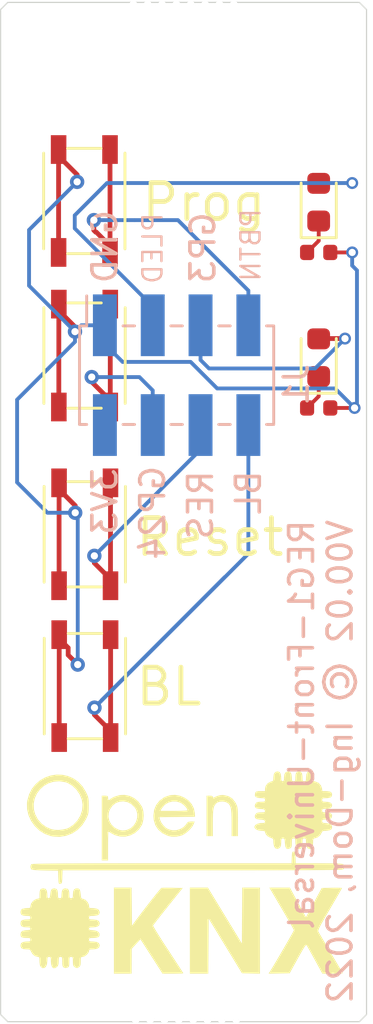
<source format=kicad_pcb>
(kicad_pcb (version 20171130) (host pcbnew "(5.1.4)-1")

  (general
    (thickness 1.6)
    (drawings 21)
    (tracks 113)
    (zones 0)
    (modules 12)
    (nets 11)
  )

  (page A4)
  (title_block
    (title REG1-Front-Universal)
    (date 2022-10-21)
    (rev V00.01)
  )

  (layers
    (0 F.Cu signal)
    (31 B.Cu signal)
    (32 B.Adhes user)
    (33 F.Adhes user)
    (34 B.Paste user)
    (35 F.Paste user)
    (36 B.SilkS user)
    (37 F.SilkS user)
    (38 B.Mask user)
    (39 F.Mask user)
    (40 Dwgs.User user)
    (41 Cmts.User user)
    (42 Eco1.User user)
    (43 Eco2.User user)
    (44 Edge.Cuts user)
    (45 Margin user)
    (46 B.CrtYd user)
    (47 F.CrtYd user)
    (48 B.Fab user)
    (49 F.Fab user)
  )

  (setup
    (last_trace_width 0.16)
    (user_trace_width 0.2)
    (user_trace_width 0.2)
    (user_trace_width 0.25)
    (user_trace_width 0.25)
    (user_trace_width 0.3)
    (user_trace_width 0.3)
    (user_trace_width 0.4)
    (user_trace_width 0.4)
    (user_trace_width 0.5)
    (user_trace_width 0.5)
    (user_trace_width 1)
    (user_trace_width 1)
    (trace_clearance 0.16)
    (zone_clearance 0.3)
    (zone_45_only no)
    (trace_min 0.16)
    (via_size 0.6)
    (via_drill 0.3)
    (via_min_size 0.5)
    (via_min_drill 0.3)
    (user_via 0.5 0.3)
    (user_via 1.5 1.3)
    (user_via 1.5 1.3)
    (uvia_size 0.3)
    (uvia_drill 0.1)
    (uvias_allowed no)
    (uvia_min_size 0.2)
    (uvia_min_drill 0.1)
    (edge_width 0.05)
    (segment_width 0.2)
    (pcb_text_width 0.3)
    (pcb_text_size 1.5 1.5)
    (mod_edge_width 0.12)
    (mod_text_size 1 1)
    (mod_text_width 0.15)
    (pad_size 3 8)
    (pad_drill 1.5)
    (pad_to_mask_clearance 0.051)
    (solder_mask_min_width 0.1)
    (aux_axis_origin 0 0)
    (grid_origin 120 80)
    (visible_elements 7FFFFFFF)
    (pcbplotparams
      (layerselection 0x010fc_ffffffff)
      (usegerberextensions false)
      (usegerberattributes false)
      (usegerberadvancedattributes false)
      (creategerberjobfile false)
      (excludeedgelayer true)
      (linewidth 0.100000)
      (plotframeref false)
      (viasonmask false)
      (mode 1)
      (useauxorigin false)
      (hpglpennumber 1)
      (hpglpenspeed 20)
      (hpglpendiameter 15.000000)
      (psnegative false)
      (psa4output false)
      (plotreference true)
      (plotvalue true)
      (plotinvisibletext false)
      (padsonsilk false)
      (subtractmaskfromsilk false)
      (outputformat 1)
      (mirror false)
      (drillshape 0)
      (scaleselection 1)
      (outputdirectory "REG1-Front-Universal_gerbers_V00.01/"))
  )

  (net 0 "")
  (net 1 GND)
  (net 2 +3V3)
  (net 3 RUN)
  (net 4 PROGLED)
  (net 5 PROGBTN)
  (net 6 GPIO24)
  (net 7 GPIO03)
  (net 8 BOOTSEL_F)
  (net 9 "Net-(D1-Pad1)")
  (net 10 "Net-(D2-Pad1)")

  (net_class Default "This is the default net class."
    (clearance 0.16)
    (trace_width 0.16)
    (via_dia 0.6)
    (via_drill 0.3)
    (uvia_dia 0.3)
    (uvia_drill 0.1)
    (add_net +3V3)
    (add_net BOOTSEL_F)
    (add_net GND)
    (add_net GPIO03)
    (add_net GPIO24)
    (add_net "Net-(D1-Pad1)")
    (add_net "Net-(D2-Pad1)")
    (add_net PROGBTN)
    (add_net PROGLED)
    (add_net RUN)
  )

  (module sirsydom:mouse-bite-5.00mm-frame locked (layer F.Cu) (tedit 5F7ECF27) (tstamp 6366465A)
    (at 106.45 151.85 180)
    (fp_text reference mouse-bite (at -0.2 -3.2) (layer F.SilkS) hide
      (effects (font (size 1 1) (thickness 0.2)))
    )
    (fp_text value VAL** (at 0 3.6) (layer F.SilkS) hide
      (effects (font (size 1 1) (thickness 0.2)))
    )
    (pad "" np_thru_hole circle (at 1.4 0 180) (size 0.4 0.4) (drill 0.4) (layers *.Cu *.Mask))
    (pad "" np_thru_hole circle (at 0.8 0 180) (size 0.4 0.4) (drill 0.4) (layers *.Cu *.Mask))
    (pad "" np_thru_hole circle (at 2 0 180) (size 0.4 0.4) (drill 0.4) (layers *.Cu *.Mask))
    (pad "" np_thru_hole circle (at 2.6 0 180) (size 0.4 0.4) (drill 0.4) (layers *.Cu *.Mask))
    (pad "" np_thru_hole circle (at 0.2 0 180) (size 0.4 0.4) (drill 0.4) (layers *.Cu *.Mask))
    (pad "" np_thru_hole circle (at -1 0 180) (size 0.4 0.4) (drill 0.4) (layers *.Cu *.Mask))
    (pad "" np_thru_hole circle (at -1.6 0 180) (size 0.4 0.4) (drill 0.4) (layers *.Cu *.Mask))
    (pad "" np_thru_hole circle (at -0.4 0 180) (size 0.4 0.4) (drill 0.4) (layers *.Cu *.Mask))
  )

  (module sirsydom:mouse-bite-5.00mm-frame locked (layer F.Cu) (tedit 5F7ECF27) (tstamp 636645CE)
    (at 105.35 109.55)
    (fp_text reference mouse-bite (at -0.2 -3.2) (layer F.SilkS) hide
      (effects (font (size 1 1) (thickness 0.2)))
    )
    (fp_text value VAL** (at 0 3.6) (layer F.SilkS) hide
      (effects (font (size 1 1) (thickness 0.2)))
    )
    (pad "" np_thru_hole circle (at -0.4 0) (size 0.4 0.4) (drill 0.4) (layers *.Cu *.Mask))
    (pad "" np_thru_hole circle (at -1.6 0) (size 0.4 0.4) (drill 0.4) (layers *.Cu *.Mask))
    (pad "" np_thru_hole circle (at -1 0) (size 0.4 0.4) (drill 0.4) (layers *.Cu *.Mask))
    (pad "" np_thru_hole circle (at 0.2 0) (size 0.4 0.4) (drill 0.4) (layers *.Cu *.Mask))
    (pad "" np_thru_hole circle (at 2.6 0) (size 0.4 0.4) (drill 0.4) (layers *.Cu *.Mask))
    (pad "" np_thru_hole circle (at 2 0) (size 0.4 0.4) (drill 0.4) (layers *.Cu *.Mask))
    (pad "" np_thru_hole circle (at 0.8 0) (size 0.4 0.4) (drill 0.4) (layers *.Cu *.Mask))
    (pad "" np_thru_hole circle (at 1.4 0) (size 0.4 0.4) (drill 0.4) (layers *.Cu *.Mask))
  )

  (module OpenKNX:OpenKNX_Logo_14x09 locked (layer F.Cu) (tedit 0) (tstamp 634FCCDB)
    (at 105.8 146.4)
    (fp_text reference G*** (at 0 0) (layer F.SilkS) hide
      (effects (font (size 1.524 1.524) (thickness 0.3)))
    )
    (fp_text value LOGO (at 0.75 0) (layer F.SilkS) hide
      (effects (font (size 1.524 1.524) (thickness 0.3)))
    )
    (fp_poly (pts (xy 1.735464 -3.86646) (xy 1.92589 -3.822647) (xy 2.0822 -3.725377) (xy 2.204987 -3.57424)
      (xy 2.234472 -3.520149) (xy 2.263618 -3.459306) (xy 2.285027 -3.403584) (xy 2.29989 -3.342042)
      (xy 2.3094 -3.26374) (xy 2.31475 -3.157737) (xy 2.317131 -3.013093) (xy 2.317736 -2.818865)
      (xy 2.31775 -2.756017) (xy 2.31775 -2.159) (xy 2.06375 -2.159) (xy 2.063572 -2.690813)
      (xy 2.061586 -2.929834) (xy 2.054733 -3.114695) (xy 2.041406 -3.254654) (xy 2.019996 -3.358965)
      (xy 1.988895 -3.436887) (xy 1.946496 -3.497675) (xy 1.918365 -3.526608) (xy 1.819605 -3.582632)
      (xy 1.692352 -3.607083) (xy 1.561563 -3.599274) (xy 1.452197 -3.558517) (xy 1.427701 -3.540125)
      (xy 1.374295 -3.485135) (xy 1.334252 -3.421997) (xy 1.305731 -3.341096) (xy 1.286894 -3.232812)
      (xy 1.2759 -3.087527) (xy 1.270909 -2.895623) (xy 1.27 -2.715645) (xy 1.27 -2.159)
      (xy 1.016 -2.159) (xy 1.016 -3.84175) (xy 1.143 -3.84175) (xy 1.229742 -3.834568)
      (xy 1.266504 -3.809795) (xy 1.27 -3.79148) (xy 1.28175 -3.754231) (xy 1.293812 -3.753466)
      (xy 1.44261 -3.822868) (xy 1.563401 -3.859579) (xy 1.678709 -3.869362) (xy 1.735464 -3.86646)) (layer F.SilkS) (width 0.01))
    (fp_poly (pts (xy -0.109061 -3.841617) (xy 0.080832 -3.763404) (xy 0.247788 -3.646503) (xy 0.382431 -3.496124)
      (xy 0.475384 -3.317482) (xy 0.517271 -3.115788) (xy 0.517991 -3.102279) (xy 0.523875 -2.968625)
      (xy -0.218163 -2.960093) (xy -0.9602 -2.951561) (xy -0.939707 -2.849097) (xy -0.893074 -2.73288)
      (xy -0.807326 -2.611172) (xy -0.700174 -2.506819) (xy -0.644752 -2.468666) (xy -0.551955 -2.429053)
      (xy -0.437339 -2.398667) (xy -0.405397 -2.393371) (xy -0.251921 -2.398222) (xy -0.093974 -2.445942)
      (xy 0.0473 -2.52699) (xy 0.150758 -2.631824) (xy 0.161933 -2.649391) (xy 0.211645 -2.72144)
      (xy 0.264888 -2.753938) (xy 0.349374 -2.762165) (xy 0.366609 -2.76225) (xy 0.504696 -2.76225)
      (xy 0.468727 -2.659063) (xy 0.407795 -2.549018) (xy 0.306144 -2.429302) (xy 0.181087 -2.316021)
      (xy 0.049935 -2.225286) (xy -0.045613 -2.180473) (xy -0.250912 -2.13594) (xy -0.4567 -2.136816)
      (xy -0.606988 -2.171084) (xy -0.830093 -2.279175) (xy -1.002613 -2.425034) (xy -1.123272 -2.606882)
      (xy -1.190797 -2.822942) (xy -1.205803 -3.007293) (xy -1.181449 -3.20675) (xy -0.922381 -3.20675)
      (xy -0.350066 -3.20675) (xy -0.167366 -3.208172) (xy -0.008788 -3.212123) (xy 0.115658 -3.218128)
      (xy 0.19596 -3.225716) (xy 0.22225 -3.233805) (xy 0.198138 -3.299458) (xy 0.135991 -3.38275)
      (xy 0.051089 -3.466831) (xy -0.041289 -3.534848) (xy -0.060557 -3.545698) (xy -0.236843 -3.605524)
      (xy -0.418206 -3.609055) (xy -0.591487 -3.560347) (xy -0.743526 -3.463457) (xy -0.861167 -3.322439)
      (xy -0.876958 -3.294063) (xy -0.922381 -3.20675) (xy -1.181449 -3.20675) (xy -1.176635 -3.246173)
      (xy -1.092155 -3.455055) (xy -0.954441 -3.630564) (xy -0.765572 -3.769324) (xy -0.722602 -3.79199)
      (xy -0.520154 -3.861122) (xy -0.312515 -3.875927) (xy -0.109061 -3.841617)) (layer F.SilkS) (width 0.01))
    (fp_poly (pts (xy -5.021791 -4.714776) (xy -4.786603 -4.663415) (xy -4.563189 -4.56677) (xy -4.358602 -4.42374)
      (xy -4.179896 -4.233225) (xy -4.040897 -4.008011) (xy -3.987217 -3.896278) (xy -3.952566 -3.809027)
      (xy -3.932788 -3.726159) (xy -3.923726 -3.627578) (xy -3.921222 -3.493186) (xy -3.921125 -3.429001)
      (xy -3.922234 -3.275865) (xy -3.928332 -3.166126) (xy -3.943576 -3.079688) (xy -3.972124 -2.996453)
      (xy -4.018133 -2.896323) (xy -4.040897 -2.84999) (xy -4.192459 -2.611231) (xy -4.385575 -2.415999)
      (xy -4.61233 -2.268011) (xy -4.864807 -2.170984) (xy -5.135088 -2.128636) (xy -5.415259 -2.144684)
      (xy -5.504887 -2.162566) (xy -5.752827 -2.251708) (xy -5.975019 -2.39167) (xy -6.165535 -2.573553)
      (xy -6.318445 -2.788455) (xy -6.427821 -3.027476) (xy -6.487733 -3.281717) (xy -6.49159 -3.504081)
      (xy -6.222168 -3.504081) (xy -6.212267 -3.270536) (xy -6.158442 -3.068334) (xy -6.048445 -2.858463)
      (xy -5.891986 -2.678273) (xy -5.700626 -2.537101) (xy -5.485929 -2.444286) (xy -5.350193 -2.415625)
      (xy -5.177594 -2.408785) (xy -4.995695 -2.426422) (xy -4.83164 -2.464835) (xy -4.751078 -2.497316)
      (xy -4.54698 -2.633158) (xy -4.381843 -2.808519) (xy -4.260404 -3.0131) (xy -4.187401 -3.236602)
      (xy -4.167573 -3.468724) (xy -4.202731 -3.689316) (xy -4.29505 -3.910447) (xy -4.431318 -4.106374)
      (xy -4.601212 -4.26631) (xy -4.794405 -4.37947) (xy -4.897827 -4.415493) (xy -5.145083 -4.453104)
      (xy -5.380723 -4.434882) (xy -5.598881 -4.367097) (xy -5.793693 -4.256015) (xy -5.959293 -4.107904)
      (xy -6.089816 -3.929033) (xy -6.179396 -3.725669) (xy -6.222168 -3.504081) (xy -6.49159 -3.504081)
      (xy -6.492253 -3.542276) (xy -6.4807 -3.627438) (xy -6.405256 -3.898746) (xy -6.285156 -4.133572)
      (xy -6.127454 -4.330815) (xy -5.939204 -4.489374) (xy -5.727458 -4.60815) (xy -5.499272 -4.686043)
      (xy -5.261698 -4.721951) (xy -5.021791 -4.714776)) (layer F.SilkS) (width 0.01))
    (fp_poly (pts (xy 4.949752 -4.839949) (xy 4.995248 -4.781142) (xy 5.014848 -4.673224) (xy 5.0165 -4.613275)
      (xy 5.018746 -4.515553) (xy 5.030457 -4.465489) (xy 5.059091 -4.447273) (xy 5.095875 -4.445)
      (xy 5.144594 -4.450809) (xy 5.167848 -4.479507) (xy 5.174895 -4.548001) (xy 5.17525 -4.589963)
      (xy 5.188857 -4.732882) (xy 5.228735 -4.823067) (xy 5.293464 -4.85749) (xy 5.30077 -4.85775)
      (xy 5.385594 -4.849282) (xy 5.434337 -4.81526) (xy 5.456339 -4.742763) (xy 5.461 -4.636072)
      (xy 5.462661 -4.532802) (xy 5.473306 -4.476036) (xy 5.501424 -4.448781) (xy 5.555508 -4.434043)
      (xy 5.562661 -4.432606) (xy 5.694143 -4.37638) (xy 5.787895 -4.273947) (xy 5.830782 -4.153152)
      (xy 5.850115 -4.03225) (xy 6.014332 -4.03225) (xy 6.143447 -4.021449) (xy 6.220201 -3.985918)
      (xy 6.25249 -3.920964) (xy 6.25475 -3.889375) (xy 6.236948 -3.813248) (xy 6.178141 -3.767752)
      (xy 6.070223 -3.748152) (xy 6.010275 -3.7465) (xy 5.912552 -3.744254) (xy 5.862488 -3.732543)
      (xy 5.844272 -3.703909) (xy 5.842 -3.667125) (xy 5.847808 -3.618406) (xy 5.876506 -3.595152)
      (xy 5.945 -3.588105) (xy 5.986962 -3.58775) (xy 6.131581 -3.574) (xy 6.220224 -3.53228)
      (xy 6.254263 -3.461883) (xy 6.25475 -3.450108) (xy 6.238035 -3.371684) (xy 6.182084 -3.324785)
      (xy 6.07819 -3.304137) (xy 6.010275 -3.302) (xy 5.912552 -3.299754) (xy 5.862488 -3.288043)
      (xy 5.844272 -3.259409) (xy 5.842 -3.222625) (xy 5.846762 -3.17653) (xy 5.87159 -3.152915)
      (xy 5.932294 -3.144322) (xy 6.010275 -3.14325) (xy 6.140537 -3.132847) (xy 6.218386 -3.098479)
      (xy 6.251924 -3.035411) (xy 6.25475 -3.000376) (xy 6.236948 -2.924248) (xy 6.178141 -2.878752)
      (xy 6.070223 -2.859152) (xy 6.010275 -2.8575) (xy 5.912427 -2.855108) (xy 5.862291 -2.843225)
      (xy 5.844125 -2.814795) (xy 5.842 -2.782057) (xy 5.848007 -2.738453) (xy 5.87618 -2.713504)
      (xy 5.941748 -2.699476) (xy 6.019547 -2.69189) (xy 6.143859 -2.672924) (xy 6.216683 -2.635944)
      (xy 6.249296 -2.572563) (xy 6.254263 -2.517305) (xy 6.227032 -2.443314) (xy 6.143836 -2.398072)
      (xy 6.004251 -2.381362) (xy 5.989101 -2.38125) (xy 5.897041 -2.376142) (xy 5.848688 -2.355211)
      (xy 5.824687 -2.310052) (xy 5.824615 -2.309813) (xy 5.759138 -2.192776) (xy 5.653262 -2.107371)
      (xy 5.567047 -2.076578) (xy 5.507159 -2.062604) (xy 5.475544 -2.038201) (xy 5.463169 -1.986289)
      (xy 5.461003 -1.889789) (xy 5.461 -1.876067) (xy 5.450985 -1.740105) (xy 5.418555 -1.657772)
      (xy 5.360132 -1.622058) (xy 5.329917 -1.61925) (xy 5.247097 -1.646828) (xy 5.19565 -1.729577)
      (xy 5.175561 -1.867523) (xy 5.17525 -1.891393) (xy 5.173125 -1.990592) (xy 5.161952 -2.041951)
      (xy 5.13453 -2.061107) (xy 5.095875 -2.06375) (xy 5.051315 -2.059529) (xy 5.027588 -2.036761)
      (xy 5.01816 -1.980293) (xy 5.0165 -1.8796) (xy 5.00679 -1.742705) (xy 4.975244 -1.659441)
      (xy 4.918236 -1.622608) (xy 4.885417 -1.61925) (xy 4.802597 -1.646828) (xy 4.75115 -1.729577)
      (xy 4.731061 -1.867523) (xy 4.73075 -1.891393) (xy 4.728625 -1.990592) (xy 4.717452 -2.041951)
      (xy 4.69003 -2.061107) (xy 4.651375 -2.06375) (xy 4.607443 -2.059736) (xy 4.583691 -2.03777)
      (xy 4.573937 -1.982967) (xy 4.572002 -1.880441) (xy 4.572 -1.87257) (xy 4.56947 -1.764385)
      (xy 4.557557 -1.70153) (xy 4.529778 -1.665902) (xy 4.490159 -1.6441) (xy 4.404807 -1.621298)
      (xy 4.346075 -1.646886) (xy 4.310114 -1.725244) (xy 4.293073 -1.860747) (xy 4.292672 -1.868614)
      (xy 4.285631 -1.975917) (xy 4.273364 -2.034417) (xy 4.249298 -2.0588) (xy 4.206865 -2.063749)
      (xy 4.205359 -2.06375) (xy 4.160267 -2.058832) (xy 4.137078 -2.033592) (xy 4.128577 -1.972306)
      (xy 4.1275 -1.894046) (xy 4.119296 -1.773318) (xy 4.091813 -1.697804) (xy 4.069437 -1.671796)
      (xy 3.985378 -1.624093) (xy 3.909166 -1.639251) (xy 3.859425 -1.689815) (xy 3.82851 -1.765945)
      (xy 3.811328 -1.871032) (xy 3.81 -1.907039) (xy 3.806857 -1.997512) (xy 3.787771 -2.046051)
      (xy 3.738249 -2.074207) (xy 3.686504 -2.090699) (xy 3.578418 -2.145168) (xy 3.497949 -2.227133)
      (xy 3.461428 -2.319104) (xy 3.46075 -2.332508) (xy 3.444814 -2.36296) (xy 3.388735 -2.377901)
      (xy 3.302 -2.38125) (xy 3.178309 -2.397445) (xy 3.080967 -2.440626) (xy 3.02456 -2.502688)
      (xy 3.01625 -2.54) (xy 3.045425 -2.608939) (xy 3.123444 -2.662941) (xy 3.236044 -2.694144)
      (xy 3.304208 -2.69875) (xy 3.398814 -2.701181) (xy 3.444909 -2.713189) (xy 3.457433 -2.741853)
      (xy 3.45502 -2.770188) (xy 3.441986 -2.811293) (xy 3.407162 -2.834473) (xy 3.334689 -2.8464)
      (xy 3.262585 -2.851139) (xy 3.15028 -2.861929) (xy 3.084359 -2.8834) (xy 3.047896 -2.921301)
      (xy 3.046016 -2.924706) (xy 3.029651 -2.990474) (xy 3.06044 -3.063067) (xy 3.06235 -3.066005)
      (xy 3.101391 -3.111614) (xy 3.154774 -3.13487) (xy 3.243117 -3.142796) (xy 3.289065 -3.14325)
      (xy 3.389261 -3.145263) (xy 3.44043 -3.155444) (xy 3.457015 -3.180013) (xy 3.45502 -3.214688)
      (xy 3.441986 -3.255793) (xy 3.407162 -3.278973) (xy 3.334689 -3.2909) (xy 3.262585 -3.295639)
      (xy 3.15028 -3.306429) (xy 3.084359 -3.3279) (xy 3.047896 -3.365801) (xy 3.046016 -3.369206)
      (xy 3.029651 -3.434974) (xy 3.06044 -3.507567) (xy 3.06235 -3.510505) (xy 3.101765 -3.556387)
      (xy 3.15579 -3.579623) (xy 3.245237 -3.587371) (xy 3.286856 -3.58775) (xy 3.386606 -3.589831)
      (xy 3.43845 -3.600811) (xy 3.45796 -3.627798) (xy 3.46075 -3.667125) (xy 3.455894 -3.713403)
      (xy 3.430743 -3.737077) (xy 3.369418 -3.745754) (xy 3.294062 -3.746987) (xy 3.151869 -3.759233)
      (xy 3.065925 -3.796792) (xy 3.033132 -3.86239) (xy 3.050389 -3.958756) (xy 3.051148 -3.960813)
      (xy 3.073366 -4.000963) (xy 3.113193 -4.022525) (xy 3.187591 -4.031056) (xy 3.269226 -4.03225)
      (xy 3.46075 -4.03225) (xy 3.46075 -4.138739) (xy 3.489786 -4.255174) (xy 3.566194 -4.355982)
      (xy 3.673918 -4.42245) (xy 3.713792 -4.433696) (xy 3.771805 -4.450005) (xy 3.800093 -4.48099)
      (xy 3.809263 -4.545585) (xy 3.81 -4.605451) (xy 3.827016 -4.740822) (xy 3.878885 -4.824091)
      (xy 3.96684 -4.857029) (xy 3.985775 -4.85775) (xy 4.061567 -4.832691) (xy 4.108146 -4.755702)
      (xy 4.126946 -4.624073) (xy 4.1275 -4.589963) (xy 4.131531 -4.499883) (xy 4.148323 -4.456957)
      (xy 4.184922 -4.4451) (xy 4.191 -4.445) (xy 4.229301 -4.453485) (xy 4.248272 -4.489395)
      (xy 4.254275 -4.568413) (xy 4.2545 -4.601483) (xy 4.270827 -4.738005) (xy 4.320948 -4.82222)
      (xy 4.406571 -4.85662) (xy 4.430275 -4.85775) (xy 4.506067 -4.832691) (xy 4.552646 -4.755702)
      (xy 4.571446 -4.624073) (xy 4.572 -4.589963) (xy 4.57518 -4.500986) (xy 4.590894 -4.458517)
      (xy 4.628398 -4.445648) (xy 4.651375 -4.445) (xy 4.69747 -4.449763) (xy 4.721085 -4.474591)
      (xy 4.729678 -4.535295) (xy 4.73075 -4.613275) (xy 4.741153 -4.743538) (xy 4.775521 -4.821387)
      (xy 4.838589 -4.854925) (xy 4.873625 -4.857751) (xy 4.949752 -4.839949)) (layer F.SilkS) (width 0.01))
    (fp_poly (pts (xy -2.198621 -3.829856) (xy -2.004309 -3.733122) (xy -1.836463 -3.588729) (xy -1.704548 -3.400379)
      (xy -1.674901 -3.339274) (xy -1.634775 -3.192296) (xy -1.622609 -3.014265) (xy -1.637582 -2.830731)
      (xy -1.678873 -2.667244) (xy -1.697942 -2.622442) (xy -1.822479 -2.433399) (xy -1.985456 -2.287936)
      (xy -2.176608 -2.188893) (xy -2.385668 -2.139109) (xy -2.60237 -2.141423) (xy -2.816448 -2.198673)
      (xy -2.960007 -2.273445) (xy -3.035168 -2.319542) (xy -3.085811 -2.346558) (xy -3.094945 -2.3495)
      (xy -3.1001 -2.319376) (xy -3.104601 -2.235505) (xy -3.108179 -2.107638) (xy -3.110567 -1.945526)
      (xy -3.111497 -1.758922) (xy -3.1115 -1.74625) (xy -3.1115 -1.143) (xy -3.3655 -1.143)
      (xy -3.3655 -2.965573) (xy -3.096878 -2.965573) (xy -3.057985 -2.790359) (xy -2.9685 -2.633717)
      (xy -2.834841 -2.506473) (xy -2.663424 -2.419455) (xy -2.642742 -2.412864) (xy -2.51931 -2.387218)
      (xy -2.400827 -2.393491) (xy -2.308945 -2.41491) (xy -2.14952 -2.489021) (xy -2.022645 -2.606194)
      (xy -1.932563 -2.753883) (xy -1.883518 -2.919543) (xy -1.879756 -3.090628) (xy -1.92552 -3.254592)
      (xy -1.989613 -3.358813) (xy -2.133421 -3.496303) (xy -2.295988 -3.580573) (xy -2.467108 -3.613593)
      (xy -2.636577 -3.597333) (xy -2.79419 -3.533763) (xy -2.929742 -3.424855) (xy -3.033028 -3.272578)
      (xy -3.078763 -3.148531) (xy -3.096878 -2.965573) (xy -3.3655 -2.965573) (xy -3.3655 -3.84175)
      (xy -3.2385 -3.84175) (xy -3.157067 -3.837989) (xy -3.120867 -3.817606) (xy -3.111701 -3.766954)
      (xy -3.1115 -3.7465) (xy -3.099465 -3.674008) (xy -3.06942 -3.651499) (xy -3.030457 -3.685702)
      (xy -3.030109 -3.686264) (xy -2.991008 -3.71822) (xy -2.913165 -3.763523) (xy -2.845672 -3.797078)
      (xy -2.62877 -3.865536) (xy -2.40993 -3.875228) (xy -2.198621 -3.829856)) (layer F.SilkS) (width 0.01))
    (fp_poly (pts (xy 4.683709 -1.502078) (xy 4.703764 -1.475341) (xy 4.715352 -1.415021) (xy 4.722286 -1.308226)
      (xy 4.724148 -1.262063) (xy 4.733421 -1.016) (xy 5.709985 -1.016) (xy 6.00975 -1.015255)
      (xy 6.250526 -1.012906) (xy 6.43681 -1.008785) (xy 6.573097 -1.002723) (xy 6.663883 -0.994551)
      (xy 6.713664 -0.9841) (xy 6.724649 -0.977901) (xy 6.758697 -0.905368) (xy 6.753628 -0.819315)
      (xy 6.724649 -0.76835) (xy 6.7059 -0.763456) (xy 6.658424 -0.758962) (xy 6.580086 -0.754856)
      (xy 6.468747 -0.751122) (xy 6.322272 -0.747748) (xy 6.138521 -0.74472) (xy 5.91536 -0.742023)
      (xy 5.650649 -0.739644) (xy 5.342252 -0.737569) (xy 4.988031 -0.735785) (xy 4.58585 -0.734276)
      (xy 4.133571 -0.733031) (xy 3.629057 -0.732034) (xy 3.070171 -0.731272) (xy 2.454775 -0.730731)
      (xy 1.780733 -0.730397) (xy 1.045906 -0.730257) (xy 0.836261 -0.73025) (xy -5.014028 -0.73025)
      (xy -5.023202 -0.452438) (xy -5.028755 -0.318741) (xy -5.036977 -0.235758) (xy -5.051391 -0.190708)
      (xy -5.075522 -0.170811) (xy -5.102547 -0.164646) (xy -5.136167 -0.163356) (xy -5.15747 -0.179024)
      (xy -5.169938 -0.22349) (xy -5.177056 -0.308595) (xy -5.181922 -0.434521) (xy -5.191125 -0.714375)
      (xy -5.728578 -0.723106) (xy -5.939877 -0.72859) (xy -6.109864 -0.737241) (xy -6.231855 -0.748557)
      (xy -6.299166 -0.762036) (xy -6.308016 -0.766681) (xy -6.344161 -0.832112) (xy -6.3439 -0.915613)
      (xy -6.311901 -0.9779) (xy -6.292888 -0.982979) (xy -6.244972 -0.987625) (xy -6.165937 -0.991855)
      (xy -6.053564 -0.995683) (xy -5.905638 -0.999126) (xy -5.71994 -1.002199) (xy -5.494256 -1.004917)
      (xy -5.226367 -1.007295) (xy -4.914057 -1.00935) (xy -4.55511 -1.011096) (xy -4.147308 -1.012549)
      (xy -3.688434 -1.013726) (xy -3.176271 -1.01464) (xy -2.608604 -1.015307) (xy -1.983215 -1.015744)
      (xy -1.297887 -1.015965) (xy -0.852236 -1.016) (xy 4.569328 -1.016) (xy 4.578601 -1.262063)
      (xy 4.584851 -1.386478) (xy 4.594532 -1.460286) (xy 4.611459 -1.496381) (xy 4.639444 -1.507654)
      (xy 4.651375 -1.508125) (xy 4.683709 -1.502078)) (layer F.SilkS) (width 0.01))
    (fp_poly (pts (xy -4.344835 0.040245) (xy -4.300686 0.073895) (xy -4.273887 0.144944) (xy -4.256763 0.265638)
      (xy -4.254835 0.28575) (xy -4.24286 0.386413) (xy -4.224926 0.440089) (xy -4.191914 0.463211)
      (xy -4.152453 0.470311) (xy -4.061373 0.508393) (xy -3.978171 0.587927) (xy -3.920711 0.687659)
      (xy -3.90525 0.764436) (xy -3.901967 0.818062) (xy -3.881552 0.845629) (xy -3.828159 0.855802)
      (xy -3.735546 0.85725) (xy -3.592178 0.874173) (xy -3.501564 0.92545) (xy -3.462574 1.011835)
      (xy -3.46075 1.041195) (xy -3.486666 1.111636) (xy -3.565999 1.155524) (xy -3.701128 1.173978)
      (xy -3.744413 1.17475) (xy -3.839406 1.177246) (xy -3.887084 1.190046) (xy -3.90359 1.221116)
      (xy -3.90525 1.254125) (xy -3.900638 1.299808) (xy -3.876376 1.32346) (xy -3.816832 1.332282)
      (xy -3.732893 1.3335) (xy -3.588353 1.34874) (xy -3.498399 1.394949) (xy -3.461783 1.472855)
      (xy -3.46075 1.49225) (xy -3.486878 1.576565) (xy -3.566092 1.629038) (xy -3.699645 1.650397)
      (xy -3.732893 1.651) (xy -3.833009 1.653829) (xy -3.884864 1.666033) (xy -3.903587 1.693185)
      (xy -3.90525 1.7145) (xy -3.895222 1.755128) (xy -3.854205 1.773863) (xy -3.770313 1.778468)
      (xy -3.627615 1.795229) (xy -3.524635 1.841262) (xy -3.470754 1.911848) (xy -3.466251 1.931354)
      (xy -3.471261 2.013212) (xy -3.518948 2.064839) (xy -3.615979 2.090571) (xy -3.718638 2.0955)
      (xy -3.822872 2.097263) (xy -3.87868 2.106825) (xy -3.90112 2.13059) (xy -3.90525 2.174875)
      (xy -3.900638 2.220558) (xy -3.876376 2.24421) (xy -3.816832 2.253032) (xy -3.732893 2.25425)
      (xy -3.588353 2.26949) (xy -3.498399 2.315699) (xy -3.461783 2.393605) (xy -3.46075 2.413)
      (xy -3.486878 2.497315) (xy -3.566092 2.549788) (xy -3.699645 2.571147) (xy -3.732893 2.57175)
      (xy -3.832768 2.574443) (xy -3.884501 2.586416) (xy -3.90336 2.61351) (xy -3.90525 2.637692)
      (xy -3.931495 2.713746) (xy -3.996734 2.793641) (xy -4.080729 2.858337) (xy -4.16324 2.888797)
      (xy -4.172683 2.88925) (xy -4.218075 2.893008) (xy -4.242541 2.914254) (xy -4.252533 2.967947)
      (xy -4.254497 3.069043) (xy -4.2545 3.079018) (xy -4.257712 3.189086) (xy -4.271647 3.255452)
      (xy -4.302759 3.29777) (xy -4.333875 3.320794) (xy -4.396017 3.354388) (xy -4.444877 3.348954)
      (xy -4.492625 3.320794) (xy -4.537784 3.283528) (xy -4.561724 3.234525) (xy -4.570898 3.154132)
      (xy -4.572 3.079018) (xy -4.573696 2.973692) (xy -4.58295 2.916915) (xy -4.606009 2.893748)
      (xy -4.649121 2.889252) (xy -4.651375 2.88925) (xy -4.69399 2.892852) (xy -4.717756 2.913208)
      (xy -4.728162 2.964642) (xy -4.730702 3.061476) (xy -4.73075 3.096305) (xy -4.733034 3.209989)
      (xy -4.743399 3.277113) (xy -4.767113 3.314558) (xy -4.806109 3.337697) (xy -4.892737 3.355107)
      (xy -4.948984 3.335899) (xy -4.986343 3.307228) (xy -5.006863 3.26062) (xy -5.015278 3.179157)
      (xy -5.0165 3.094507) (xy -5.01791 2.98394) (xy -5.025848 2.922482) (xy -5.045876 2.895748)
      (xy -5.083556 2.889355) (xy -5.095875 2.88925) (xy -5.141335 2.893782) (xy -5.165006 2.917741)
      (xy -5.17395 2.976663) (xy -5.17525 3.063875) (xy -5.182567 3.184114) (xy -5.208108 3.262359)
      (xy -5.23875 3.302) (xy -5.322961 3.359996) (xy -5.394903 3.358948) (xy -5.450074 3.302836)
      (xy -5.483972 3.195639) (xy -5.49275 3.077482) (xy -5.494479 2.972686) (xy -5.503881 2.91638)
      (xy -5.527279 2.893567) (xy -5.570998 2.88925) (xy -5.572125 2.88925) (xy -5.617585 2.893782)
      (xy -5.641256 2.917741) (xy -5.6502 2.976663) (xy -5.6515 3.063875) (xy -5.666908 3.199058)
      (xy -5.708249 3.297941) (xy -5.768196 3.353789) (xy -5.839427 3.35987) (xy -5.914614 3.30945)
      (xy -5.916455 3.307437) (xy -5.953937 3.229186) (xy -5.968654 3.099007) (xy -5.969 3.069312)
      (xy -5.971679 2.966324) (xy -5.983104 2.911961) (xy -6.008363 2.891452) (xy -6.031007 2.88925)
      (xy -6.156585 2.859418) (xy -6.258932 2.775686) (xy -6.308425 2.693681) (xy -6.343851 2.621782)
      (xy -6.381827 2.585737) (xy -6.444247 2.573184) (xy -6.524386 2.57175) (xy -6.6502 2.561726)
      (xy -6.724908 2.527136) (xy -6.758363 2.461203) (xy -6.76275 2.407767) (xy -6.742133 2.327712)
      (xy -6.676352 2.278318) (xy -6.55952 2.256211) (xy -6.494963 2.25425) (xy -6.405986 2.251069)
      (xy -6.363517 2.235355) (xy -6.350648 2.197851) (xy -6.35 2.174875) (xy -6.355262 2.127477)
      (xy -6.381952 2.104014) (xy -6.446433 2.09617) (xy -6.506154 2.0955) (xy -6.634506 2.090916)
      (xy -6.711898 2.072517) (xy -6.750499 2.033326) (xy -6.762478 1.96637) (xy -6.76275 1.948442)
      (xy -6.744464 1.863144) (xy -6.684879 1.809288) (xy -6.576909 1.782677) (xy -6.474934 1.778)
      (xy -6.392674 1.772485) (xy -6.356689 1.750284) (xy -6.35 1.7145) (xy -6.357871 1.677268)
      (xy -6.39166 1.658189) (xy -6.466635 1.651501) (xy -6.518275 1.651) (xy -6.646407 1.641336)
      (xy -6.723069 1.608171) (xy -6.757907 1.54524) (xy -6.76275 1.49225) (xy -6.747869 1.409047)
      (xy -6.696795 1.359267) (xy -6.599881 1.336645) (xy -6.518275 1.3335) (xy -6.420553 1.331253)
      (xy -6.370489 1.319542) (xy -6.352273 1.290908) (xy -6.35 1.254125) (xy -6.354763 1.208029)
      (xy -6.379591 1.184414) (xy -6.440295 1.175821) (xy -6.518275 1.17475) (xy -6.645883 1.165275)
      (xy -6.722232 1.132379) (xy -6.757323 1.069352) (xy -6.76275 1.010767) (xy -6.742133 0.930712)
      (xy -6.676352 0.881318) (xy -6.55952 0.859211) (xy -6.494963 0.85725) (xy -6.405596 0.853701)
      (xy -6.362926 0.83759) (xy -6.350301 0.800715) (xy -6.349882 0.785812) (xy -6.320515 0.665778)
      (xy -6.242919 0.56043) (xy -6.132247 0.488329) (xy -6.097449 0.476639) (xy -5.969 0.442052)
      (xy -5.969 0.275001) (xy -5.95942 0.14775) (xy -5.926194 0.071729) (xy -5.862599 0.036962)
      (xy -5.805018 0.03175) (xy -5.724963 0.052367) (xy -5.675569 0.118148) (xy -5.653462 0.23498)
      (xy -5.6515 0.299537) (xy -5.647148 0.390214) (xy -5.629817 0.433332) (xy -5.593097 0.444495)
      (xy -5.591932 0.4445) (xy -5.55633 0.433913) (xy -5.534746 0.392718) (xy -5.521258 0.306762)
      (xy -5.51764 0.266952) (xy -5.498429 0.142123) (xy -5.461119 0.069008) (xy -5.397802 0.036644)
      (xy -5.348288 0.032236) (xy -5.272931 0.049917) (xy -5.227838 0.109501) (xy -5.208518 0.218742)
      (xy -5.207 0.276225) (xy -5.204754 0.373947) (xy -5.193043 0.424011) (xy -5.164409 0.442227)
      (xy -5.127625 0.4445) (xy -5.078906 0.438691) (xy -5.055652 0.409993) (xy -5.048605 0.341499)
      (xy -5.04825 0.299537) (xy -5.036431 0.159893) (xy -4.99872 0.073734) (xy -4.931743 0.035171)
      (xy -4.894733 0.03175) (xy -4.80914 0.045875) (xy -4.757929 0.094918) (xy -4.734391 0.188882)
      (xy -4.73075 0.276225) (xy -4.728504 0.373947) (xy -4.716793 0.424011) (xy -4.688159 0.442227)
      (xy -4.651375 0.4445) (xy -4.602656 0.438691) (xy -4.579402 0.409993) (xy -4.572355 0.341499)
      (xy -4.572001 0.299537) (xy -4.560614 0.160923) (xy -4.523812 0.075354) (xy -4.457627 0.036108)
      (xy -4.414007 0.03175) (xy -4.344835 0.040245)) (layer F.SilkS) (width 0.01))
    (fp_poly (pts (xy 4.06892 0.000107) (xy 4.492625 0.000214) (xy 4.829873 0.620964) (xy 5.167122 1.241713)
      (xy 5.49888 0.628794) (xy 5.830639 0.015875) (xy 6.249069 0.007015) (xy 6.403708 0.005141)
      (xy 6.532543 0.006245) (xy 6.623872 0.010026) (xy 6.665997 0.016182) (xy 6.6675 0.017817)
      (xy 6.651994 0.049007) (xy 6.608042 0.12818) (xy 6.539489 0.248645) (xy 6.450179 0.403709)
      (xy 6.343959 0.586681) (xy 6.224674 0.790869) (xy 6.157294 0.905704) (xy 6.013329 1.151621)
      (xy 5.899301 1.348951) (xy 5.812278 1.503437) (xy 5.749323 1.620821) (xy 5.707504 1.706846)
      (xy 5.683886 1.767253) (xy 5.675535 1.807787) (xy 5.679516 1.834189) (xy 5.681149 1.837575)
      (xy 5.705481 1.880188) (xy 5.757911 1.970086) (xy 5.834132 2.099948) (xy 5.929835 2.262451)
      (xy 6.040711 2.450272) (xy 6.162453 2.656089) (xy 6.20723 2.731694) (xy 6.329848 2.939063)
      (xy 6.44131 3.128345) (xy 6.537672 3.292778) (xy 6.61499 3.425602) (xy 6.66932 3.520058)
      (xy 6.696716 3.569384) (xy 6.69925 3.574959) (xy 6.669445 3.579671) (xy 6.587808 3.583601)
      (xy 6.466007 3.586395) (xy 6.315708 3.587698) (xy 6.277817 3.58775) (xy 5.856384 3.58775)
      (xy 5.539629 3.011557) (xy 5.442626 2.835769) (xy 5.35451 2.677341) (xy 5.28037 2.54532)
      (xy 5.225294 2.448755) (xy 5.194369 2.396692) (xy 5.191111 2.391831) (xy 5.172294 2.391101)
      (xy 5.138566 2.42564) (xy 5.087045 2.499879) (xy 5.014852 2.618249) (xy 4.919105 2.785182)
      (xy 4.82173 2.960086) (xy 4.484111 3.571875) (xy 4.047549 3.580736) (xy 3.610986 3.589597)
      (xy 3.657716 3.517236) (xy 3.712456 3.429808) (xy 3.788057 3.305288) (xy 3.879851 3.15171)
      (xy 3.983171 2.977107) (xy 4.093348 2.789512) (xy 4.205716 2.596959) (xy 4.315606 2.407482)
      (xy 4.418351 2.229113) (xy 4.509283 2.069886) (xy 4.583734 1.937835) (xy 4.637038 1.840992)
      (xy 4.664525 1.787392) (xy 4.66725 1.77975) (xy 4.651721 1.74321) (xy 4.607972 1.65972)
      (xy 4.540261 1.536896) (xy 4.452842 1.382356) (xy 4.349973 1.203715) (xy 4.24366 1.021759)
      (xy 4.124752 0.819524) (xy 4.011822 0.627301) (xy 3.91031 0.454363) (xy 3.825661 0.309987)
      (xy 3.763315 0.203449) (xy 3.732643 0.150812) (xy 3.645216 0) (xy 4.06892 0.000107)) (layer F.SilkS) (width 0.01))
    (fp_poly (pts (xy 1.77839 1.173301) (xy 2.492375 2.346603) (xy 2.500698 1.173301) (xy 2.509022 0)
      (xy 3.2385 0) (xy 3.2385 3.589765) (xy 2.866609 3.58082) (xy 2.494719 3.571875)
      (xy 1.095375 1.277711) (xy 1.087046 2.43273) (xy 1.078717 3.58775) (xy 0.3175 3.58775)
      (xy 0.3175 0) (xy 1.064405 0) (xy 1.77839 1.173301)) (layer F.SilkS) (width 0.01))
    (fp_poly (pts (xy -2.111375 1.60184) (xy -1.985555 1.427982) (xy -1.894002 1.303512) (xy -1.782885 1.155661)
      (xy -1.658093 0.991942) (xy -1.525518 0.819866) (xy -1.391052 0.646948) (xy -1.260585 0.480699)
      (xy -1.140009 0.328632) (xy -1.035216 0.198259) (xy -0.952096 0.097094) (xy -0.89654 0.032648)
      (xy -0.875464 0.012378) (xy -0.831242 0.007704) (xy -0.736606 0.005036) (xy -0.604612 0.004526)
      (xy -0.448319 0.006331) (xy -0.41582 0.006971) (xy 0.006532 0.015875) (xy -0.603679 0.777875)
      (xy -0.755917 0.96862) (xy -0.895294 1.144475) (xy -1.016824 1.299054) (xy -1.115526 1.425973)
      (xy -1.186416 1.518846) (xy -1.224509 1.57129) (xy -1.229501 1.579651) (xy -1.216167 1.614386)
      (xy -1.171348 1.695761) (xy -1.098842 1.817618) (xy -1.00245 1.973803) (xy -0.88597 2.158159)
      (xy -0.753202 2.364532) (xy -0.607946 2.586766) (xy -0.606681 2.588686) (xy -0.461086 2.810121)
      (xy -0.327153 3.014577) (xy -0.208763 3.196072) (xy -0.109797 3.348623) (xy -0.034136 3.466247)
      (xy 0.014338 3.542961) (xy 0.031745 3.572782) (xy 0.03175 3.572848) (xy 0.001927 3.578291)
      (xy -0.079834 3.582843) (xy -0.201973 3.586103) (xy -0.352932 3.587669) (xy -0.397528 3.58775)
      (xy -0.826805 3.58775) (xy -1.046046 3.246437) (xy -1.152919 3.080087) (xy -1.277938 2.885537)
      (xy -1.404902 2.687997) (xy -1.50899 2.526083) (xy -1.752694 2.147041) (xy -2.124488 2.555875)
      (xy -2.125869 3.071812) (xy -2.12725 3.58775) (xy -2.8575 3.58775) (xy -2.8575 0)
      (xy -2.128341 0) (xy -2.111375 1.60184)) (layer F.SilkS) (width 0.01))
  )

  (module LED_SMD:LED_0603_1608Metric (layer F.Cu) (tedit 5B301BBE) (tstamp 634FBF33)
    (at 111.5 117.75 90)
    (descr "LED SMD 0603 (1608 Metric), square (rectangular) end terminal, IPC_7351 nominal, (Body size source: http://www.tortai-tech.com/upload/download/2011102023233369053.pdf), generated with kicad-footprint-generator")
    (tags diode)
    (path /63549F2F)
    (attr smd)
    (fp_text reference D1 (at 0 -1.43 90) (layer F.Fab)
      (effects (font (size 1 1) (thickness 0.15)))
    )
    (fp_text value Prog (at 0 1.43 90) (layer F.Fab)
      (effects (font (size 1 1) (thickness 0.15)))
    )
    (fp_text user %R (at 0 0 90) (layer F.Fab)
      (effects (font (size 0.4 0.4) (thickness 0.06)))
    )
    (fp_line (start 1.48 0.73) (end -1.48 0.73) (layer F.CrtYd) (width 0.05))
    (fp_line (start 1.48 -0.73) (end 1.48 0.73) (layer F.CrtYd) (width 0.05))
    (fp_line (start -1.48 -0.73) (end 1.48 -0.73) (layer F.CrtYd) (width 0.05))
    (fp_line (start -1.48 0.73) (end -1.48 -0.73) (layer F.CrtYd) (width 0.05))
    (fp_line (start -1.485 0.735) (end 0.8 0.735) (layer F.SilkS) (width 0.12))
    (fp_line (start -1.485 -0.735) (end -1.485 0.735) (layer F.SilkS) (width 0.12))
    (fp_line (start 0.8 -0.735) (end -1.485 -0.735) (layer F.SilkS) (width 0.12))
    (fp_line (start 0.8 0.4) (end 0.8 -0.4) (layer F.Fab) (width 0.1))
    (fp_line (start -0.8 0.4) (end 0.8 0.4) (layer F.Fab) (width 0.1))
    (fp_line (start -0.8 -0.1) (end -0.8 0.4) (layer F.Fab) (width 0.1))
    (fp_line (start -0.5 -0.4) (end -0.8 -0.1) (layer F.Fab) (width 0.1))
    (fp_line (start 0.8 -0.4) (end -0.5 -0.4) (layer F.Fab) (width 0.1))
    (pad 2 smd roundrect (at 0.7875 0 90) (size 0.875 0.95) (layers F.Cu F.Paste F.Mask) (roundrect_rratio 0.25)
      (net 4 PROGLED))
    (pad 1 smd roundrect (at -0.7875 0 90) (size 0.875 0.95) (layers F.Cu F.Paste F.Mask) (roundrect_rratio 0.25)
      (net 9 "Net-(D1-Pad1)"))
    (model ${KISYS3DMOD}/LED_SMD.3dshapes/LED_0603_1608Metric.wrl
      (at (xyz 0 0 0))
      (scale (xyz 1 1 1))
      (rotate (xyz 0 0 0))
    )
  )

  (module LED_SMD:LED_0603_1608Metric (layer F.Cu) (tedit 5B301BBE) (tstamp 634FBD5A)
    (at 111.5 124.25 90)
    (descr "LED SMD 0603 (1608 Metric), square (rectangular) end terminal, IPC_7351 nominal, (Body size source: http://www.tortai-tech.com/upload/download/2011102023233369053.pdf), generated with kicad-footprint-generator")
    (tags diode)
    (path /6354CD9C)
    (attr smd)
    (fp_text reference D2 (at 0 -1.43 90) (layer F.Fab)
      (effects (font (size 1 1) (thickness 0.15)))
    )
    (fp_text value Func (at 0 1.43 90) (layer F.Fab)
      (effects (font (size 1 1) (thickness 0.15)))
    )
    (fp_text user %R (at 0 0 90) (layer F.Fab)
      (effects (font (size 0.4 0.4) (thickness 0.06)))
    )
    (fp_line (start 1.48 0.73) (end -1.48 0.73) (layer F.CrtYd) (width 0.05))
    (fp_line (start 1.48 -0.73) (end 1.48 0.73) (layer F.CrtYd) (width 0.05))
    (fp_line (start -1.48 -0.73) (end 1.48 -0.73) (layer F.CrtYd) (width 0.05))
    (fp_line (start -1.48 0.73) (end -1.48 -0.73) (layer F.CrtYd) (width 0.05))
    (fp_line (start -1.485 0.735) (end 0.8 0.735) (layer F.SilkS) (width 0.12))
    (fp_line (start -1.485 -0.735) (end -1.485 0.735) (layer F.SilkS) (width 0.12))
    (fp_line (start 0.8 -0.735) (end -1.485 -0.735) (layer F.SilkS) (width 0.12))
    (fp_line (start 0.8 0.4) (end 0.8 -0.4) (layer F.Fab) (width 0.1))
    (fp_line (start -0.8 0.4) (end 0.8 0.4) (layer F.Fab) (width 0.1))
    (fp_line (start -0.8 -0.1) (end -0.8 0.4) (layer F.Fab) (width 0.1))
    (fp_line (start -0.5 -0.4) (end -0.8 -0.1) (layer F.Fab) (width 0.1))
    (fp_line (start 0.8 -0.4) (end -0.5 -0.4) (layer F.Fab) (width 0.1))
    (pad 2 smd roundrect (at 0.7875 0 90) (size 0.875 0.95) (layers F.Cu F.Paste F.Mask) (roundrect_rratio 0.25)
      (net 7 GPIO03))
    (pad 1 smd roundrect (at -0.7875 0 90) (size 0.875 0.95) (layers F.Cu F.Paste F.Mask) (roundrect_rratio 0.25)
      (net 10 "Net-(D2-Pad1)"))
    (model ${KISYS3DMOD}/LED_SMD.3dshapes/LED_0603_1608Metric.wrl
      (at (xyz 0 0 0))
      (scale (xyz 1 1 1))
      (rotate (xyz 0 0 0))
    )
  )

  (module sirsydom:SW_Push_Xunpu_TS-1089S (layer F.Cu) (tedit 605DC32A) (tstamp 634FBE4F)
    (at 101.725 137.975 270)
    (descr "tactile push button, 6x6mm e.g. PTS645xx series, height=9.5mm")
    (tags "tact sw push 6mm smd")
    (path /6354CA95)
    (attr smd)
    (fp_text reference SW4 (at 0.35 -2.65 90) (layer F.Fab)
      (effects (font (size 1 1) (thickness 0.15)))
    )
    (fp_text value BL (at 0 0 90) (layer F.Fab)
      (effects (font (size 1 1) (thickness 0.15)))
    )
    (fp_line (start 2.2 -0.7) (end 2.2 0.7) (layer F.SilkS) (width 0.12))
    (fp_line (start -2.2 -0.7) (end -2.2 0.7) (layer F.SilkS) (width 0.12))
    (fp_line (start -2 1.7) (end 2 1.7) (layer F.SilkS) (width 0.12))
    (fp_line (start -2 -1.7) (end 2 -1.7) (layer F.SilkS) (width 0.12))
    (fp_line (start -0.5 1.25) (end 0.5 1.25) (layer F.Fab) (width 0.12))
    (fp_line (start -0.5 -1.25) (end 0.5 -1.25) (layer F.Fab) (width 0.12))
    (fp_arc (start -0.5 0) (end -0.5 -1.25) (angle -180) (layer F.Fab) (width 0.12))
    (fp_arc (start 0.5 0) (end 0.5 1.25) (angle -180) (layer F.Fab) (width 0.12))
    (fp_line (start -2.1 -1.65) (end -2.1 1.625) (layer F.Fab) (width 0.12))
    (fp_line (start 2.1 1.625) (end 2.1 -1.65) (layer F.Fab) (width 0.12))
    (fp_line (start -2.1 1.625) (end 2.1 1.625) (layer F.Fab) (width 0.12))
    (fp_line (start 2.1 -1.65) (end -2.1 -1.65) (layer F.Fab) (width 0.12))
    (fp_line (start -2.85 -1.85) (end 2.9 -1.85) (layer F.CrtYd) (width 0.05))
    (fp_line (start -2.85 1.8) (end 2.9 1.8) (layer F.CrtYd) (width 0.05))
    (fp_line (start -2.85 -1.85) (end -2.85 1.8) (layer F.CrtYd) (width 0.05))
    (fp_line (start 2.9 1.8) (end 2.9 -1.85) (layer F.CrtYd) (width 0.05))
    (fp_text user %R (at 0.35 -2.65 90) (layer F.Fab)
      (effects (font (size 1 1) (thickness 0.15)))
    )
    (pad 2 smd rect (at -2.15 1.075 270) (size 1.2 0.65) (layers F.Cu F.Paste F.Mask)
      (net 1 GND))
    (pad 1 smd rect (at -2.15 -1.075 270) (size 1.2 0.65) (layers F.Cu F.Paste F.Mask)
      (net 8 BOOTSEL_F))
    (pad 2 smd rect (at 2.15 1.075 270) (size 1.2 0.65) (layers F.Cu F.Paste F.Mask)
      (net 1 GND))
    (pad 1 smd rect (at 2.15 -1.075 270) (size 1.2 0.65) (layers F.Cu F.Paste F.Mask)
      (net 8 BOOTSEL_F))
    (model "D:/Data/Eigene Dokumente/Projekte/EIB/Konnekting/repos/konnekting_common/KiCAD/libraries/sirsydom.pretty/3D/SKRPACE010 v4.step"
      (offset (xyz -2.3 1.6 0))
      (scale (xyz 1 1 1))
      (rotate (xyz -90 0 0))
    )
  )

  (module sirsydom:SW_Push_Xunpu_TS-1089S (layer F.Cu) (tedit 605DC32A) (tstamp 634FBE36)
    (at 101.72 131.63 270)
    (descr "tactile push button, 6x6mm e.g. PTS645xx series, height=9.5mm")
    (tags "tact sw push 6mm smd")
    (path /6354C6EC)
    (attr smd)
    (fp_text reference SW3 (at 0.35 -2.65 90) (layer F.Fab)
      (effects (font (size 1 1) (thickness 0.15)))
    )
    (fp_text value Res (at 0 0 90) (layer F.Fab)
      (effects (font (size 1 1) (thickness 0.15)))
    )
    (fp_line (start 2.2 -0.7) (end 2.2 0.7) (layer F.SilkS) (width 0.12))
    (fp_line (start -2.2 -0.7) (end -2.2 0.7) (layer F.SilkS) (width 0.12))
    (fp_line (start -2 1.7) (end 2 1.7) (layer F.SilkS) (width 0.12))
    (fp_line (start -2 -1.7) (end 2 -1.7) (layer F.SilkS) (width 0.12))
    (fp_line (start -0.5 1.25) (end 0.5 1.25) (layer F.Fab) (width 0.12))
    (fp_line (start -0.5 -1.25) (end 0.5 -1.25) (layer F.Fab) (width 0.12))
    (fp_arc (start -0.5 0) (end -0.5 -1.25) (angle -180) (layer F.Fab) (width 0.12))
    (fp_arc (start 0.5 0) (end 0.5 1.25) (angle -180) (layer F.Fab) (width 0.12))
    (fp_line (start -2.1 -1.65) (end -2.1 1.625) (layer F.Fab) (width 0.12))
    (fp_line (start 2.1 1.625) (end 2.1 -1.65) (layer F.Fab) (width 0.12))
    (fp_line (start -2.1 1.625) (end 2.1 1.625) (layer F.Fab) (width 0.12))
    (fp_line (start 2.1 -1.65) (end -2.1 -1.65) (layer F.Fab) (width 0.12))
    (fp_line (start -2.85 -1.85) (end 2.9 -1.85) (layer F.CrtYd) (width 0.05))
    (fp_line (start -2.85 1.8) (end 2.9 1.8) (layer F.CrtYd) (width 0.05))
    (fp_line (start -2.85 -1.85) (end -2.85 1.8) (layer F.CrtYd) (width 0.05))
    (fp_line (start 2.9 1.8) (end 2.9 -1.85) (layer F.CrtYd) (width 0.05))
    (fp_text user %R (at 0.35 -2.65 90) (layer F.Fab)
      (effects (font (size 1 1) (thickness 0.15)))
    )
    (pad 2 smd rect (at -2.15 1.075 270) (size 1.2 0.65) (layers F.Cu F.Paste F.Mask)
      (net 1 GND))
    (pad 1 smd rect (at -2.15 -1.075 270) (size 1.2 0.65) (layers F.Cu F.Paste F.Mask)
      (net 3 RUN))
    (pad 2 smd rect (at 2.15 1.075 270) (size 1.2 0.65) (layers F.Cu F.Paste F.Mask)
      (net 1 GND))
    (pad 1 smd rect (at 2.15 -1.075 270) (size 1.2 0.65) (layers F.Cu F.Paste F.Mask)
      (net 3 RUN))
    (model "D:/Data/Eigene Dokumente/Projekte/EIB/Konnekting/repos/konnekting_common/KiCAD/libraries/sirsydom.pretty/3D/SKRPACE010 v4.step"
      (offset (xyz -2.3 1.6 0))
      (scale (xyz 1 1 1))
      (rotate (xyz -90 0 0))
    )
  )

  (module sirsydom:SW_Push_Xunpu_TS-1089S (layer F.Cu) (tedit 605DC32A) (tstamp 634FBE1D)
    (at 101.71 124.16 270)
    (descr "tactile push button, 6x6mm e.g. PTS645xx series, height=9.5mm")
    (tags "tact sw push 6mm smd")
    (path /6354CC13)
    (attr smd)
    (fp_text reference SW2 (at 0.35 -2.65 90) (layer F.Fab)
      (effects (font (size 1 1) (thickness 0.15)))
    )
    (fp_text value Func (at 0 0 90) (layer F.Fab)
      (effects (font (size 1 1) (thickness 0.15)))
    )
    (fp_line (start 2.2 -0.7) (end 2.2 0.7) (layer F.SilkS) (width 0.12))
    (fp_line (start -2.2 -0.7) (end -2.2 0.7) (layer F.SilkS) (width 0.12))
    (fp_line (start -2 1.7) (end 2 1.7) (layer F.SilkS) (width 0.12))
    (fp_line (start -2 -1.7) (end 2 -1.7) (layer F.SilkS) (width 0.12))
    (fp_line (start -0.5 1.25) (end 0.5 1.25) (layer F.Fab) (width 0.12))
    (fp_line (start -0.5 -1.25) (end 0.5 -1.25) (layer F.Fab) (width 0.12))
    (fp_arc (start -0.5 0) (end -0.5 -1.25) (angle -180) (layer F.Fab) (width 0.12))
    (fp_arc (start 0.5 0) (end 0.5 1.25) (angle -180) (layer F.Fab) (width 0.12))
    (fp_line (start -2.1 -1.65) (end -2.1 1.625) (layer F.Fab) (width 0.12))
    (fp_line (start 2.1 1.625) (end 2.1 -1.65) (layer F.Fab) (width 0.12))
    (fp_line (start -2.1 1.625) (end 2.1 1.625) (layer F.Fab) (width 0.12))
    (fp_line (start 2.1 -1.65) (end -2.1 -1.65) (layer F.Fab) (width 0.12))
    (fp_line (start -2.85 -1.85) (end 2.9 -1.85) (layer F.CrtYd) (width 0.05))
    (fp_line (start -2.85 1.8) (end 2.9 1.8) (layer F.CrtYd) (width 0.05))
    (fp_line (start -2.85 -1.85) (end -2.85 1.8) (layer F.CrtYd) (width 0.05))
    (fp_line (start 2.9 1.8) (end 2.9 -1.85) (layer F.CrtYd) (width 0.05))
    (fp_text user %R (at 0.35 -2.65 90) (layer F.Fab)
      (effects (font (size 1 1) (thickness 0.15)))
    )
    (pad 2 smd rect (at -2.15 1.075 270) (size 1.2 0.65) (layers F.Cu F.Paste F.Mask)
      (net 1 GND))
    (pad 1 smd rect (at -2.15 -1.075 270) (size 1.2 0.65) (layers F.Cu F.Paste F.Mask)
      (net 6 GPIO24))
    (pad 2 smd rect (at 2.15 1.075 270) (size 1.2 0.65) (layers F.Cu F.Paste F.Mask)
      (net 1 GND))
    (pad 1 smd rect (at 2.15 -1.075 270) (size 1.2 0.65) (layers F.Cu F.Paste F.Mask)
      (net 6 GPIO24))
    (model "D:/Data/Eigene Dokumente/Projekte/EIB/Konnekting/repos/konnekting_common/KiCAD/libraries/sirsydom.pretty/3D/SKRPACE010 v4.step"
      (offset (xyz -2.3 1.6 0))
      (scale (xyz 1 1 1))
      (rotate (xyz -90 0 0))
    )
  )

  (module Resistor_SMD:R_0402_1005Metric (layer F.Cu) (tedit 5B301BBD) (tstamp 634FBDEC)
    (at 111.5 126.35 180)
    (descr "Resistor SMD 0402 (1005 Metric), square (rectangular) end terminal, IPC_7351 nominal, (Body size source: http://www.tortai-tech.com/upload/download/2011102023233369053.pdf), generated with kicad-footprint-generator")
    (tags resistor)
    (path /6354D06C)
    (attr smd)
    (fp_text reference R2 (at 0 -1.17) (layer F.Fab)
      (effects (font (size 1 1) (thickness 0.15)))
    )
    (fp_text value R (at 0 1.17) (layer F.Fab)
      (effects (font (size 1 1) (thickness 0.15)))
    )
    (fp_text user %R (at 0 0) (layer F.Fab)
      (effects (font (size 0.25 0.25) (thickness 0.04)))
    )
    (fp_line (start 0.93 0.47) (end -0.93 0.47) (layer F.CrtYd) (width 0.05))
    (fp_line (start 0.93 -0.47) (end 0.93 0.47) (layer F.CrtYd) (width 0.05))
    (fp_line (start -0.93 -0.47) (end 0.93 -0.47) (layer F.CrtYd) (width 0.05))
    (fp_line (start -0.93 0.47) (end -0.93 -0.47) (layer F.CrtYd) (width 0.05))
    (fp_line (start 0.5 0.25) (end -0.5 0.25) (layer F.Fab) (width 0.1))
    (fp_line (start 0.5 -0.25) (end 0.5 0.25) (layer F.Fab) (width 0.1))
    (fp_line (start -0.5 -0.25) (end 0.5 -0.25) (layer F.Fab) (width 0.1))
    (fp_line (start -0.5 0.25) (end -0.5 -0.25) (layer F.Fab) (width 0.1))
    (pad 2 smd roundrect (at 0.485 0 180) (size 0.59 0.64) (layers F.Cu F.Paste F.Mask) (roundrect_rratio 0.25)
      (net 10 "Net-(D2-Pad1)"))
    (pad 1 smd roundrect (at -0.485 0 180) (size 0.59 0.64) (layers F.Cu F.Paste F.Mask) (roundrect_rratio 0.25)
      (net 1 GND))
    (model ${KISYS3DMOD}/Resistor_SMD.3dshapes/R_0402_1005Metric.wrl
      (at (xyz 0 0 0))
      (scale (xyz 1 1 1))
      (rotate (xyz 0 0 0))
    )
  )

  (module Resistor_SMD:R_0402_1005Metric (layer F.Cu) (tedit 5B301BBD) (tstamp 634FBDDD)
    (at 111.5 119.85 180)
    (descr "Resistor SMD 0402 (1005 Metric), square (rectangular) end terminal, IPC_7351 nominal, (Body size source: http://www.tortai-tech.com/upload/download/2011102023233369053.pdf), generated with kicad-footprint-generator")
    (tags resistor)
    (path /6355BC7C)
    (attr smd)
    (fp_text reference R1 (at 0 -1.17) (layer F.Fab)
      (effects (font (size 1 1) (thickness 0.15)))
    )
    (fp_text value R (at 0 1.17) (layer F.Fab)
      (effects (font (size 1 1) (thickness 0.15)))
    )
    (fp_text user %R (at 0 0) (layer F.Fab)
      (effects (font (size 0.25 0.25) (thickness 0.04)))
    )
    (fp_line (start 0.93 0.47) (end -0.93 0.47) (layer F.CrtYd) (width 0.05))
    (fp_line (start 0.93 -0.47) (end 0.93 0.47) (layer F.CrtYd) (width 0.05))
    (fp_line (start -0.93 -0.47) (end 0.93 -0.47) (layer F.CrtYd) (width 0.05))
    (fp_line (start -0.93 0.47) (end -0.93 -0.47) (layer F.CrtYd) (width 0.05))
    (fp_line (start 0.5 0.25) (end -0.5 0.25) (layer F.Fab) (width 0.1))
    (fp_line (start 0.5 -0.25) (end 0.5 0.25) (layer F.Fab) (width 0.1))
    (fp_line (start -0.5 -0.25) (end 0.5 -0.25) (layer F.Fab) (width 0.1))
    (fp_line (start -0.5 0.25) (end -0.5 -0.25) (layer F.Fab) (width 0.1))
    (pad 2 smd roundrect (at 0.485 0 180) (size 0.59 0.64) (layers F.Cu F.Paste F.Mask) (roundrect_rratio 0.25)
      (net 9 "Net-(D1-Pad1)"))
    (pad 1 smd roundrect (at -0.485 0 180) (size 0.59 0.64) (layers F.Cu F.Paste F.Mask) (roundrect_rratio 0.25)
      (net 1 GND))
    (model ${KISYS3DMOD}/Resistor_SMD.3dshapes/R_0402_1005Metric.wrl
      (at (xyz 0 0 0))
      (scale (xyz 1 1 1))
      (rotate (xyz 0 0 0))
    )
  )

  (module sirsydom:SW_Push_Xunpu_TS-1089S (layer F.Cu) (tedit 605DC32A) (tstamp 634FB35C)
    (at 101.7 117.7 270)
    (descr "tactile push button, 6x6mm e.g. PTS645xx series, height=9.5mm")
    (tags "tact sw push 6mm smd")
    (path /63549B65)
    (attr smd)
    (fp_text reference SW1 (at 0.35 -2.65 90) (layer F.Fab)
      (effects (font (size 1 1) (thickness 0.15)))
    )
    (fp_text value Prog (at 0 0 90) (layer F.Fab)
      (effects (font (size 1 1) (thickness 0.15)))
    )
    (fp_line (start 2.2 -0.7) (end 2.2 0.7) (layer F.SilkS) (width 0.12))
    (fp_line (start -2.2 -0.7) (end -2.2 0.7) (layer F.SilkS) (width 0.12))
    (fp_line (start -2 1.7) (end 2 1.7) (layer F.SilkS) (width 0.12))
    (fp_line (start -2 -1.7) (end 2 -1.7) (layer F.SilkS) (width 0.12))
    (fp_line (start -0.5 1.25) (end 0.5 1.25) (layer F.Fab) (width 0.12))
    (fp_line (start -0.5 -1.25) (end 0.5 -1.25) (layer F.Fab) (width 0.12))
    (fp_arc (start -0.5 0) (end -0.5 -1.25) (angle -180) (layer F.Fab) (width 0.12))
    (fp_arc (start 0.5 0) (end 0.5 1.25) (angle -180) (layer F.Fab) (width 0.12))
    (fp_line (start -2.1 -1.65) (end -2.1 1.625) (layer F.Fab) (width 0.12))
    (fp_line (start 2.1 1.625) (end 2.1 -1.65) (layer F.Fab) (width 0.12))
    (fp_line (start -2.1 1.625) (end 2.1 1.625) (layer F.Fab) (width 0.12))
    (fp_line (start 2.1 -1.65) (end -2.1 -1.65) (layer F.Fab) (width 0.12))
    (fp_line (start -2.85 -1.85) (end 2.9 -1.85) (layer F.CrtYd) (width 0.05))
    (fp_line (start -2.85 1.8) (end 2.9 1.8) (layer F.CrtYd) (width 0.05))
    (fp_line (start -2.85 -1.85) (end -2.85 1.8) (layer F.CrtYd) (width 0.05))
    (fp_line (start 2.9 1.8) (end 2.9 -1.85) (layer F.CrtYd) (width 0.05))
    (fp_text user %R (at 0.35 -2.65 90) (layer F.Fab)
      (effects (font (size 1 1) (thickness 0.15)))
    )
    (pad 2 smd rect (at -2.15 1.075 270) (size 1.2 0.65) (layers F.Cu F.Paste F.Mask)
      (net 1 GND))
    (pad 1 smd rect (at -2.15 -1.075 270) (size 1.2 0.65) (layers F.Cu F.Paste F.Mask)
      (net 5 PROGBTN))
    (pad 2 smd rect (at 2.15 1.075 270) (size 1.2 0.65) (layers F.Cu F.Paste F.Mask)
      (net 1 GND))
    (pad 1 smd rect (at 2.15 -1.075 270) (size 1.2 0.65) (layers F.Cu F.Paste F.Mask)
      (net 5 PROGBTN))
    (model "D:/Data/Eigene Dokumente/Projekte/EIB/Konnekting/repos/konnekting_common/KiCAD/libraries/sirsydom.pretty/3D/SKRPACE010 v4.step"
      (offset (xyz -2.3 1.6 0))
      (scale (xyz 1 1 1))
      (rotate (xyz -90 0 0))
    )
  )

  (module Connector_PinHeader_2.00mm:PinHeader_2x04_P2.00mm_Vertical_SMD (layer B.Cu) (tedit 59FED667) (tstamp 63505757)
    (at 105.56 124.98 270)
    (descr "surface-mounted straight pin header, 2x04, 2.00mm pitch, double rows")
    (tags "Surface mounted pin header SMD 2x04 2.00mm double row")
    (path /63548ED5)
    (attr smd)
    (fp_text reference J1 (at 0.4 -5 90) (layer B.SilkS)
      (effects (font (size 1 1) (thickness 0.15)) (justify mirror))
    )
    (fp_text value Conn_02x04_Odd_Even (at 0 -5.06 90) (layer B.Fab)
      (effects (font (size 1 1) (thickness 0.15)) (justify mirror))
    )
    (fp_text user %R (at 0 0 180) (layer B.Fab)
      (effects (font (size 1 1) (thickness 0.15)) (justify mirror))
    )
    (fp_line (start 4.9 4.5) (end -4.9 4.5) (layer B.CrtYd) (width 0.05))
    (fp_line (start 4.9 -4.5) (end 4.9 4.5) (layer B.CrtYd) (width 0.05))
    (fp_line (start -4.9 -4.5) (end 4.9 -4.5) (layer B.CrtYd) (width 0.05))
    (fp_line (start -4.9 4.5) (end -4.9 -4.5) (layer B.CrtYd) (width 0.05))
    (fp_line (start 2.06 -1.76) (end 2.06 -2.24) (layer B.SilkS) (width 0.12))
    (fp_line (start -2.06 -1.76) (end -2.06 -2.24) (layer B.SilkS) (width 0.12))
    (fp_line (start 2.06 0.24) (end 2.06 -0.24) (layer B.SilkS) (width 0.12))
    (fp_line (start -2.06 0.24) (end -2.06 -0.24) (layer B.SilkS) (width 0.12))
    (fp_line (start 2.06 2.24) (end 2.06 1.76) (layer B.SilkS) (width 0.12))
    (fp_line (start -2.06 2.24) (end -2.06 1.76) (layer B.SilkS) (width 0.12))
    (fp_line (start 2.06 -3.76) (end 2.06 -4.06) (layer B.SilkS) (width 0.12))
    (fp_line (start -2.06 -3.76) (end -2.06 -4.06) (layer B.SilkS) (width 0.12))
    (fp_line (start 2.06 4.06) (end 2.06 3.76) (layer B.SilkS) (width 0.12))
    (fp_line (start -2.06 4.06) (end -2.06 3.76) (layer B.SilkS) (width 0.12))
    (fp_line (start -3.315 3.76) (end -2.06 3.76) (layer B.SilkS) (width 0.12))
    (fp_line (start -2.06 -4.06) (end 2.06 -4.06) (layer B.SilkS) (width 0.12))
    (fp_line (start -2.06 4.06) (end 2.06 4.06) (layer B.SilkS) (width 0.12))
    (fp_line (start 2.875 -3.25) (end 2 -3.25) (layer B.Fab) (width 0.1))
    (fp_line (start 2.875 -2.75) (end 2.875 -3.25) (layer B.Fab) (width 0.1))
    (fp_line (start 2 -2.75) (end 2.875 -2.75) (layer B.Fab) (width 0.1))
    (fp_line (start -2.875 -3.25) (end -2 -3.25) (layer B.Fab) (width 0.1))
    (fp_line (start -2.875 -2.75) (end -2.875 -3.25) (layer B.Fab) (width 0.1))
    (fp_line (start -2 -2.75) (end -2.875 -2.75) (layer B.Fab) (width 0.1))
    (fp_line (start 2.875 -1.25) (end 2 -1.25) (layer B.Fab) (width 0.1))
    (fp_line (start 2.875 -0.75) (end 2.875 -1.25) (layer B.Fab) (width 0.1))
    (fp_line (start 2 -0.75) (end 2.875 -0.75) (layer B.Fab) (width 0.1))
    (fp_line (start -2.875 -1.25) (end -2 -1.25) (layer B.Fab) (width 0.1))
    (fp_line (start -2.875 -0.75) (end -2.875 -1.25) (layer B.Fab) (width 0.1))
    (fp_line (start -2 -0.75) (end -2.875 -0.75) (layer B.Fab) (width 0.1))
    (fp_line (start 2.875 0.75) (end 2 0.75) (layer B.Fab) (width 0.1))
    (fp_line (start 2.875 1.25) (end 2.875 0.75) (layer B.Fab) (width 0.1))
    (fp_line (start 2 1.25) (end 2.875 1.25) (layer B.Fab) (width 0.1))
    (fp_line (start -2.875 0.75) (end -2 0.75) (layer B.Fab) (width 0.1))
    (fp_line (start -2.875 1.25) (end -2.875 0.75) (layer B.Fab) (width 0.1))
    (fp_line (start -2 1.25) (end -2.875 1.25) (layer B.Fab) (width 0.1))
    (fp_line (start 2.875 2.75) (end 2 2.75) (layer B.Fab) (width 0.1))
    (fp_line (start 2.875 3.25) (end 2.875 2.75) (layer B.Fab) (width 0.1))
    (fp_line (start 2 3.25) (end 2.875 3.25) (layer B.Fab) (width 0.1))
    (fp_line (start -2.875 2.75) (end -2 2.75) (layer B.Fab) (width 0.1))
    (fp_line (start -2.875 3.25) (end -2.875 2.75) (layer B.Fab) (width 0.1))
    (fp_line (start -2 3.25) (end -2.875 3.25) (layer B.Fab) (width 0.1))
    (fp_line (start 2 4) (end 2 -4) (layer B.Fab) (width 0.1))
    (fp_line (start -2 3.25) (end -1.25 4) (layer B.Fab) (width 0.1))
    (fp_line (start -2 -4) (end -2 3.25) (layer B.Fab) (width 0.1))
    (fp_line (start -1.25 4) (end 2 4) (layer B.Fab) (width 0.1))
    (fp_line (start 2 -4) (end -2 -4) (layer B.Fab) (width 0.1))
    (pad 8 smd rect (at 2.085 -3 270) (size 2.58 1) (layers B.Cu B.Paste B.Mask)
      (net 8 BOOTSEL_F))
    (pad 7 smd rect (at -2.085 -3 270) (size 2.58 1) (layers B.Cu B.Paste B.Mask)
      (net 5 PROGBTN))
    (pad 6 smd rect (at 2.085 -1 270) (size 2.58 1) (layers B.Cu B.Paste B.Mask)
      (net 3 RUN))
    (pad 5 smd rect (at -2.085 -1 270) (size 2.58 1) (layers B.Cu B.Paste B.Mask)
      (net 7 GPIO03))
    (pad 4 smd rect (at 2.085 1 270) (size 2.58 1) (layers B.Cu B.Paste B.Mask)
      (net 6 GPIO24))
    (pad 3 smd rect (at -2.085 1 270) (size 2.58 1) (layers B.Cu B.Paste B.Mask)
      (net 4 PROGLED))
    (pad 2 smd rect (at 2.085 3 270) (size 2.58 1) (layers B.Cu B.Paste B.Mask)
      (net 2 +3V3))
    (pad 1 smd rect (at -2.085 3 270) (size 2.58 1) (layers B.Cu B.Paste B.Mask)
      (net 1 GND))
    (model ${KISYS3DMOD}/Connector_PinHeader_2.00mm.3dshapes/PinHeader_2x04_P2.00mm_Vertical_SMD.wrl
      (at (xyz 0 0 0))
      (scale (xyz 1 1 1))
      (rotate (xyz 0 0 0))
    )
  )

  (gr_line (start 103.55 152) (end 98.5 152) (layer Edge.Cuts) (width 0.05) (tstamp 63664657))
  (gr_line (start 113.2 152) (end 103.55 152) (layer Edge.Cuts) (width 0.05) (tstamp 63664655))
  (gr_line (start 98.2 151.7) (end 98.5 152) (layer Edge.Cuts) (width 0.05))
  (gr_line (start 113.5 151.7) (end 113.2 152) (layer Edge.Cuts) (width 0.05))
  (gr_line (start 113.2 109.4) (end 113.5 109.7) (layer Edge.Cuts) (width 0.05))
  (gr_line (start 98.5 109.4) (end 98.2 109.7) (layer Edge.Cuts) (width 0.05))
  (gr_text "REG1-Front-Universal\nV00.02 © Ing-Dom, 2022" (at 111.59 130.94 90) (layer B.SilkS)
    (effects (font (size 1 1) (thickness 0.15)) (justify left mirror))
  )
  (gr_text PBTN (at 108.66 121.13 90) (layer B.SilkS) (tstamp 634FDA08)
    (effects (font (size 0.8 0.8) (thickness 0.1)) (justify right mirror))
  )
  (gr_text 3V3 (at 102.56 128.78 90) (layer B.SilkS) (tstamp 634FD8CC)
    (effects (font (size 1 1) (thickness 0.15)) (justify left mirror))
  )
  (gr_text GP24 (at 104.56 128.68 90) (layer B.SilkS) (tstamp 634FD8CA)
    (effects (font (size 1 1) (thickness 0.15)) (justify left mirror))
  )
  (gr_text RES (at 106.56 128.88 90) (layer B.SilkS) (tstamp 634FD8C8)
    (effects (font (size 1 1) (thickness 0.15)) (justify left mirror))
  )
  (gr_text BL (at 108.56 128.88 90) (layer B.SilkS) (tstamp 634FD8C4)
    (effects (font (size 1 1) (thickness 0.15)) (justify left mirror))
  )
  (gr_text GP3 (at 106.66 121.23 90) (layer B.SilkS) (tstamp 634FD8C0)
    (effects (font (size 1 1) (thickness 0.15)) (justify right mirror))
  )
  (gr_text PLED (at 104.56 121.23 90) (layer B.SilkS) (tstamp 634FD8BE)
    (effects (font (size 0.8 0.8) (thickness 0.1)) (justify right mirror))
  )
  (gr_text GND (at 102.56 121.23 90) (layer B.SilkS) (tstamp 63658DE8)
    (effects (font (size 1 1) (thickness 0.15)) (justify right mirror))
  )
  (gr_text Prog (at 104 117.75) (layer F.SilkS) (tstamp 634FCB90)
    (effects (font (size 1.5 1.5) (thickness 0.2)) (justify left))
  )
  (gr_text BL (at 103.75 138) (layer F.SilkS) (tstamp 634FC3C6)
    (effects (font (size 1.5 1.5) (thickness 0.2)) (justify left))
  )
  (gr_text Reset (at 103.75 131.75) (layer F.SilkS)
    (effects (font (size 1.5 1.5) (thickness 0.2)) (justify left))
  )
  (gr_line (start 98.2 151.7) (end 98.2 109.7) (layer Edge.Cuts) (width 0.05) (tstamp 634FB480))
  (gr_line (start 113.5 109.7) (end 113.5 151.7) (layer Edge.Cuts) (width 0.05))
  (gr_line (start 98.5 109.4) (end 113.2 109.4) (layer Edge.Cuts) (width 0.05))

  (segment (start 100.625 118.425) (end 100.625 115.55) (width 0.2) (layer F.Cu) (net 1) (tstamp 634FD096))
  (segment (start 100.65 140.125) (end 100.65 135.825) (width 0.2) (layer F.Cu) (net 1))
  (segment (start 100.645 133.78) (end 100.645 129.48) (width 0.2) (layer F.Cu) (net 1))
  (segment (start 100.635 126.31) (end 100.635 122.01) (width 0.2) (layer F.Cu) (net 1))
  (segment (start 100.625 119.85) (end 100.625 119.05) (width 0.2) (layer F.Cu) (net 1))
  (segment (start 100.625 119.05) (end 100.625 118.425) (width 0.2) (layer F.Cu) (net 1))
  (segment (start 100.65 136) (end 101.025 136.375) (width 0.2) (layer F.Cu) (net 1))
  (segment (start 100.65 135.825) (end 100.65 136) (width 0.2) (layer F.Cu) (net 1))
  (segment (start 101.025 136.375) (end 101.025 136.675) (width 0.2) (layer F.Cu) (net 1))
  (segment (start 101.025 136.675) (end 101.425 137.075) (width 0.2) (layer F.Cu) (net 1))
  (segment (start 100.65 135.825) (end 100.65 136.1) (width 0.2) (layer F.Cu) (net 1))
  (segment (start 100.645 129.755) (end 101.32 130.43) (width 0.2) (layer F.Cu) (net 1))
  (segment (start 100.645 129.48) (end 100.645 129.755) (width 0.2) (layer F.Cu) (net 1))
  (segment (start 101.32 130.43) (end 101.32 130.73) (width 0.2) (layer F.Cu) (net 1))
  (segment (start 100.635 122.285) (end 101.31 122.96) (width 0.2) (layer F.Cu) (net 1))
  (segment (start 100.635 122.01) (end 100.635 122.285) (width 0.2) (layer F.Cu) (net 1))
  (segment (start 101.31 122.96) (end 101.31 123.16) (width 0.2) (layer F.Cu) (net 1))
  (segment (start 100.625 115.825) (end 101.4 116.6) (width 0.2) (layer F.Cu) (net 1))
  (segment (start 100.625 115.55) (end 100.625 115.825) (width 0.2) (layer F.Cu) (net 1))
  (segment (start 101.4 116.6) (end 101.4 116.9) (width 0.2) (layer F.Cu) (net 1))
  (via (at 101.4 116.9) (size 0.6) (drill 0.3) (layers F.Cu B.Cu) (net 1))
  (via (at 101.31 123.16) (size 0.6) (drill 0.3) (layers F.Cu B.Cu) (net 1))
  (via (at 101.32 130.73) (size 0.6) (drill 0.3) (layers F.Cu B.Cu) (net 1))
  (via (at 101.425 137.075) (size 0.6) (drill 0.3) (layers F.Cu B.Cu) (net 1))
  (via (at 112.9 119.85) (size 0.5) (drill 0.3) (layers F.Cu B.Cu) (net 1))
  (via (at 113 126.35) (size 0.5) (drill 0.3) (layers F.Cu B.Cu) (net 1))
  (segment (start 101.4 116.9) (end 99.39 118.91) (width 0.16) (layer B.Cu) (net 1))
  (segment (start 99.39 121.24) (end 101.31 123.16) (width 0.16) (layer B.Cu) (net 1))
  (segment (start 99.39 118.91) (end 99.39 121.24) (width 0.16) (layer B.Cu) (net 1))
  (segment (start 100.16 130.73) (end 101.32 130.73) (width 0.16) (layer B.Cu) (net 1))
  (segment (start 98.89 129.46) (end 100.16 130.73) (width 0.16) (layer B.Cu) (net 1))
  (segment (start 98.89 126.004264) (end 98.89 129.46) (width 0.16) (layer B.Cu) (net 1))
  (segment (start 101.31 123.16) (end 101.31 123.584264) (width 0.16) (layer B.Cu) (net 1))
  (segment (start 101.31 123.584264) (end 98.89 126.004264) (width 0.16) (layer B.Cu) (net 1))
  (segment (start 101.425 130.835) (end 101.32 130.73) (width 0.16) (layer B.Cu) (net 1))
  (segment (start 101.425 137.075) (end 101.425 130.835) (width 0.16) (layer B.Cu) (net 1))
  (segment (start 111.985 126.35) (end 113 126.35) (width 0.16) (layer F.Cu) (net 1))
  (segment (start 112.9 119.85) (end 111.985 119.85) (width 0.16) (layer F.Cu) (net 1))
  (segment (start 112.950001 126.399999) (end 113 126.35) (width 0.16) (layer B.Cu) (net 1))
  (segment (start 113.1 126.25) (end 113 126.35) (width 0.16) (layer B.Cu) (net 1))
  (segment (start 113.1 120.6) (end 113.1 126.25) (width 0.16) (layer B.Cu) (net 1))
  (segment (start 112.9 120.4) (end 113.1 120.6) (width 0.16) (layer B.Cu) (net 1))
  (segment (start 112.9 119.85) (end 112.9 120.4) (width 0.16) (layer B.Cu) (net 1))
  (segment (start 101.575 122.895) (end 101.31 123.16) (width 0.16) (layer B.Cu) (net 1))
  (segment (start 102.56 122.895) (end 101.575 122.895) (width 0.16) (layer B.Cu) (net 1))
  (segment (start 112.750001 126.100001) (end 113 126.35) (width 0.16) (layer B.Cu) (net 1))
  (segment (start 112.184999 125.534999) (end 112.750001 126.100001) (width 0.16) (layer B.Cu) (net 1))
  (segment (start 107.254998 125.534999) (end 112.184999 125.534999) (width 0.16) (layer B.Cu) (net 1))
  (segment (start 106.145 124.425001) (end 107.254998 125.534999) (width 0.16) (layer B.Cu) (net 1))
  (segment (start 103.300001 124.425001) (end 106.145 124.425001) (width 0.16) (layer B.Cu) (net 1))
  (segment (start 102.56 123.685) (end 103.300001 124.425001) (width 0.16) (layer B.Cu) (net 1))
  (segment (start 102.56 122.895) (end 102.56 123.685) (width 0.16) (layer B.Cu) (net 1))
  (segment (start 102.795 129.48) (end 102.795 133.78) (width 0.2) (layer F.Cu) (net 3))
  (segment (start 102.795 133.505) (end 102.12 132.83) (width 0.2) (layer F.Cu) (net 3))
  (segment (start 102.795 133.78) (end 102.795 133.505) (width 0.2) (layer F.Cu) (net 3))
  (segment (start 102.12 132.83) (end 102.12 132.53) (width 0.2) (layer F.Cu) (net 3))
  (via (at 102.12 132.53) (size 0.6) (drill 0.3) (layers F.Cu B.Cu) (net 3))
  (segment (start 102.12 132.53) (end 105.58 129.07) (width 0.16) (layer B.Cu) (net 3))
  (segment (start 102.419999 132.230001) (end 102.12 132.53) (width 0.16) (layer B.Cu) (net 3))
  (segment (start 106.56 128.09) (end 102.419999 132.230001) (width 0.16) (layer B.Cu) (net 3))
  (segment (start 106.56 127.065) (end 106.56 128.09) (width 0.16) (layer B.Cu) (net 3))
  (via (at 112.9 116.95) (size 0.5) (drill 0.3) (layers F.Cu B.Cu) (net 4))
  (segment (start 111.5125 116.95) (end 111.5 116.9625) (width 0.16) (layer F.Cu) (net 4))
  (segment (start 112.9 116.95) (end 111.5125 116.95) (width 0.16) (layer F.Cu) (net 4))
  (segment (start 104.56 122.105) (end 101.3 118.845) (width 0.16) (layer B.Cu) (net 4))
  (segment (start 104.56 122.895) (end 104.56 122.105) (width 0.16) (layer B.Cu) (net 4))
  (segment (start 101.3 118.845) (end 101.3 118.3) (width 0.16) (layer B.Cu) (net 4))
  (segment (start 102.65 116.95) (end 112.9 116.95) (width 0.16) (layer B.Cu) (net 4))
  (segment (start 101.3 118.3) (end 102.65 116.95) (width 0.16) (layer B.Cu) (net 4))
  (segment (start 102.775 115.55) (end 102.775 119.85) (width 0.2) (layer F.Cu) (net 5))
  (segment (start 102.2 119) (end 102.175736 119) (width 0.2) (layer F.Cu) (net 5))
  (segment (start 102.175736 119) (end 102.1 118.924264) (width 0.2) (layer F.Cu) (net 5))
  (segment (start 102.1 118.924264) (end 102.1 118.5) (width 0.2) (layer F.Cu) (net 5))
  (segment (start 102.775 119.85) (end 102.775 119.575) (width 0.2) (layer F.Cu) (net 5))
  (segment (start 102.775 119.575) (end 102.2 119) (width 0.2) (layer F.Cu) (net 5))
  (via (at 102.1 118.5) (size 0.6) (drill 0.3) (layers F.Cu B.Cu) (net 5))
  (segment (start 102.524264 118.5) (end 102.1 118.5) (width 0.16) (layer B.Cu) (net 5))
  (segment (start 105.615 118.5) (end 103.8 118.5) (width 0.16) (layer B.Cu) (net 5))
  (segment (start 108.56 121.445) (end 105.615 118.5) (width 0.16) (layer B.Cu) (net 5))
  (segment (start 108.56 122.895) (end 108.56 121.445) (width 0.16) (layer B.Cu) (net 5))
  (segment (start 103.8 118.5) (end 102.524264 118.5) (width 0.16) (layer B.Cu) (net 5))
  (segment (start 102.785 122.01) (end 102.785 122.81) (width 0.2) (layer F.Cu) (net 6))
  (segment (start 102.785 122.81) (end 102.785 126.31) (width 0.2) (layer F.Cu) (net 6))
  (segment (start 102.785 126.035) (end 102.01 125.26) (width 0.2) (layer F.Cu) (net 6))
  (segment (start 102.785 126.31) (end 102.785 126.035) (width 0.2) (layer F.Cu) (net 6))
  (segment (start 102.01 125.26) (end 102.01 125.06) (width 0.2) (layer F.Cu) (net 6))
  (via (at 102.01 125.06) (size 0.6) (drill 0.3) (layers F.Cu B.Cu) (net 6))
  (segment (start 102.434264 125.06) (end 102.01 125.06) (width 0.16) (layer B.Cu) (net 6))
  (segment (start 104.005 125.06) (end 102.434264 125.06) (width 0.16) (layer B.Cu) (net 6))
  (segment (start 104.56 125.615) (end 104.005 125.06) (width 0.16) (layer B.Cu) (net 6))
  (segment (start 104.56 127.065) (end 104.56 125.615) (width 0.16) (layer B.Cu) (net 6))
  (segment (start 112.6 123.45) (end 112.6 123.45) (width 0.2) (layer F.Cu) (net 7))
  (segment (start 111.5125 123.45) (end 111.5 123.4625) (width 0.2) (layer F.Cu) (net 7))
  (segment (start 112.6 123.45) (end 111.5125 123.45) (width 0.2) (layer F.Cu) (net 7) (tstamp 6365825D))
  (via (at 112.6 123.45) (size 0.5) (drill 0.3) (layers F.Cu B.Cu) (net 7))
  (segment (start 106.56 124.345) (end 106.915 124.7) (width 0.16) (layer B.Cu) (net 7))
  (segment (start 106.56 122.895) (end 106.56 124.345) (width 0.16) (layer B.Cu) (net 7))
  (segment (start 111.35 124.7) (end 112.6 123.45) (width 0.16) (layer B.Cu) (net 7))
  (segment (start 106.915 124.7) (end 111.35 124.7) (width 0.16) (layer B.Cu) (net 7))
  (segment (start 102.8 135.825) (end 102.8 140.125) (width 0.2) (layer F.Cu) (net 8))
  (segment (start 102.8 139.85) (end 102.125 139.175) (width 0.2) (layer F.Cu) (net 8))
  (segment (start 102.8 140.125) (end 102.8 139.85) (width 0.2) (layer F.Cu) (net 8))
  (segment (start 102.125 139.175) (end 102.125 138.875) (width 0.2) (layer F.Cu) (net 8))
  (via (at 102.125 138.875) (size 0.6) (drill 0.3) (layers F.Cu B.Cu) (net 8))
  (segment (start 102.424999 138.575001) (end 102.424999 138.565001) (width 0.16) (layer B.Cu) (net 8))
  (segment (start 102.125 138.875) (end 102.424999 138.575001) (width 0.16) (layer B.Cu) (net 8))
  (segment (start 102.424999 138.565001) (end 107.57 133.42) (width 0.16) (layer B.Cu) (net 8))
  (segment (start 108.56 132.44) (end 102.125 138.875) (width 0.16) (layer B.Cu) (net 8))
  (segment (start 108.56 127.065) (end 108.56 132.44) (width 0.16) (layer B.Cu) (net 8))
  (segment (start 111.5 118.5375) (end 111.5 119.365) (width 0.16) (layer F.Cu) (net 9))
  (segment (start 111.5 119.365) (end 111.015 119.85) (width 0.16) (layer F.Cu) (net 9))
  (segment (start 111.5 125.0375) (end 111.5 125.865) (width 0.16) (layer F.Cu) (net 10))
  (segment (start 111.5 125.865) (end 111.015 126.35) (width 0.16) (layer F.Cu) (net 10))

)

</source>
